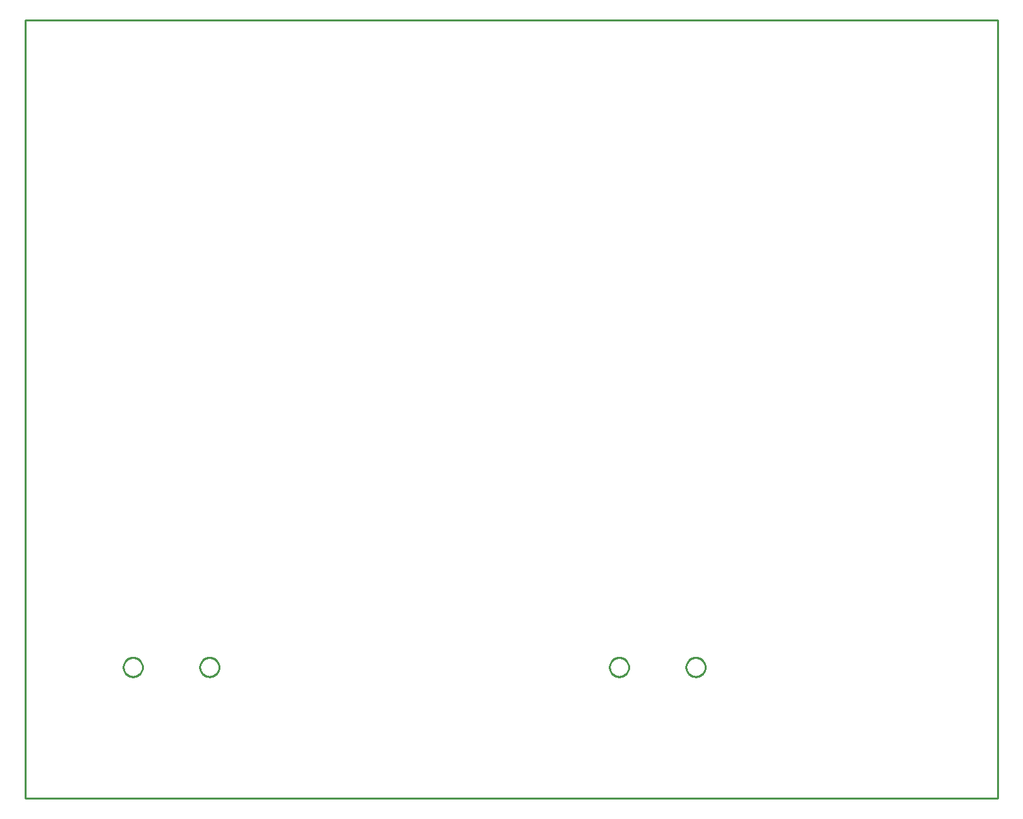
<source format=gbr>
G04 EAGLE Gerber RS-274X export*
G75*
%MOMM*%
%FSLAX34Y34*%
%LPD*%
%IN*%
%IPPOS*%
%AMOC8*
5,1,8,0,0,1.08239X$1,22.5*%
G01*
%ADD10C,0.254000*%


D10*
X0Y0D02*
X1270000Y0D01*
X1270000Y1016000D01*
X0Y1016000D01*
X0Y0D01*
X788000Y171109D02*
X787923Y170130D01*
X787769Y169160D01*
X787540Y168204D01*
X787236Y167270D01*
X786861Y166363D01*
X786415Y165488D01*
X785901Y164650D01*
X785324Y163855D01*
X784686Y163108D01*
X783992Y162414D01*
X783245Y161776D01*
X782450Y161199D01*
X781612Y160685D01*
X780737Y160239D01*
X779830Y159864D01*
X778896Y159560D01*
X777941Y159331D01*
X776970Y159177D01*
X775991Y159100D01*
X775009Y159100D01*
X774030Y159177D01*
X773060Y159331D01*
X772104Y159560D01*
X771170Y159864D01*
X770263Y160239D01*
X769388Y160685D01*
X768550Y161199D01*
X767755Y161776D01*
X767008Y162414D01*
X766314Y163108D01*
X765676Y163855D01*
X765099Y164650D01*
X764585Y165488D01*
X764139Y166363D01*
X763764Y167270D01*
X763460Y168204D01*
X763231Y169160D01*
X763077Y170130D01*
X763000Y171109D01*
X763000Y172091D01*
X763077Y173070D01*
X763231Y174041D01*
X763460Y174996D01*
X763764Y175930D01*
X764139Y176837D01*
X764585Y177712D01*
X765099Y178550D01*
X765676Y179345D01*
X766314Y180092D01*
X767008Y180786D01*
X767755Y181424D01*
X768550Y182001D01*
X769388Y182515D01*
X770263Y182961D01*
X771170Y183336D01*
X772104Y183640D01*
X773060Y183869D01*
X774030Y184023D01*
X775009Y184100D01*
X775991Y184100D01*
X776970Y184023D01*
X777941Y183869D01*
X778896Y183640D01*
X779830Y183336D01*
X780737Y182961D01*
X781612Y182515D01*
X782450Y182001D01*
X783245Y181424D01*
X783992Y180786D01*
X784686Y180092D01*
X785324Y179345D01*
X785901Y178550D01*
X786415Y177712D01*
X786861Y176837D01*
X787236Y175930D01*
X787540Y174996D01*
X787769Y174041D01*
X787923Y173070D01*
X788000Y172091D01*
X788000Y171109D01*
X888000Y171109D02*
X887923Y170130D01*
X887769Y169160D01*
X887540Y168204D01*
X887236Y167270D01*
X886861Y166363D01*
X886415Y165488D01*
X885901Y164650D01*
X885324Y163855D01*
X884686Y163108D01*
X883992Y162414D01*
X883245Y161776D01*
X882450Y161199D01*
X881612Y160685D01*
X880737Y160239D01*
X879830Y159864D01*
X878896Y159560D01*
X877941Y159331D01*
X876970Y159177D01*
X875991Y159100D01*
X875009Y159100D01*
X874030Y159177D01*
X873060Y159331D01*
X872104Y159560D01*
X871170Y159864D01*
X870263Y160239D01*
X869388Y160685D01*
X868550Y161199D01*
X867755Y161776D01*
X867008Y162414D01*
X866314Y163108D01*
X865676Y163855D01*
X865099Y164650D01*
X864585Y165488D01*
X864139Y166363D01*
X863764Y167270D01*
X863460Y168204D01*
X863231Y169160D01*
X863077Y170130D01*
X863000Y171109D01*
X863000Y172091D01*
X863077Y173070D01*
X863231Y174041D01*
X863460Y174996D01*
X863764Y175930D01*
X864139Y176837D01*
X864585Y177712D01*
X865099Y178550D01*
X865676Y179345D01*
X866314Y180092D01*
X867008Y180786D01*
X867755Y181424D01*
X868550Y182001D01*
X869388Y182515D01*
X870263Y182961D01*
X871170Y183336D01*
X872104Y183640D01*
X873060Y183869D01*
X874030Y184023D01*
X875009Y184100D01*
X875991Y184100D01*
X876970Y184023D01*
X877941Y183869D01*
X878896Y183640D01*
X879830Y183336D01*
X880737Y182961D01*
X881612Y182515D01*
X882450Y182001D01*
X883245Y181424D01*
X883992Y180786D01*
X884686Y180092D01*
X885324Y179345D01*
X885901Y178550D01*
X886415Y177712D01*
X886861Y176837D01*
X887236Y175930D01*
X887540Y174996D01*
X887769Y174041D01*
X887923Y173070D01*
X888000Y172091D01*
X888000Y171109D01*
X153000Y171109D02*
X152923Y170130D01*
X152769Y169160D01*
X152540Y168204D01*
X152236Y167270D01*
X151861Y166363D01*
X151415Y165488D01*
X150901Y164650D01*
X150324Y163855D01*
X149686Y163108D01*
X148992Y162414D01*
X148245Y161776D01*
X147450Y161199D01*
X146612Y160685D01*
X145737Y160239D01*
X144830Y159864D01*
X143896Y159560D01*
X142941Y159331D01*
X141970Y159177D01*
X140991Y159100D01*
X140009Y159100D01*
X139030Y159177D01*
X138060Y159331D01*
X137104Y159560D01*
X136170Y159864D01*
X135263Y160239D01*
X134388Y160685D01*
X133550Y161199D01*
X132755Y161776D01*
X132008Y162414D01*
X131314Y163108D01*
X130676Y163855D01*
X130099Y164650D01*
X129585Y165488D01*
X129139Y166363D01*
X128764Y167270D01*
X128460Y168204D01*
X128231Y169160D01*
X128077Y170130D01*
X128000Y171109D01*
X128000Y172091D01*
X128077Y173070D01*
X128231Y174041D01*
X128460Y174996D01*
X128764Y175930D01*
X129139Y176837D01*
X129585Y177712D01*
X130099Y178550D01*
X130676Y179345D01*
X131314Y180092D01*
X132008Y180786D01*
X132755Y181424D01*
X133550Y182001D01*
X134388Y182515D01*
X135263Y182961D01*
X136170Y183336D01*
X137104Y183640D01*
X138060Y183869D01*
X139030Y184023D01*
X140009Y184100D01*
X140991Y184100D01*
X141970Y184023D01*
X142941Y183869D01*
X143896Y183640D01*
X144830Y183336D01*
X145737Y182961D01*
X146612Y182515D01*
X147450Y182001D01*
X148245Y181424D01*
X148992Y180786D01*
X149686Y180092D01*
X150324Y179345D01*
X150901Y178550D01*
X151415Y177712D01*
X151861Y176837D01*
X152236Y175930D01*
X152540Y174996D01*
X152769Y174041D01*
X152923Y173070D01*
X153000Y172091D01*
X153000Y171109D01*
X253000Y171109D02*
X252923Y170130D01*
X252769Y169160D01*
X252540Y168204D01*
X252236Y167270D01*
X251861Y166363D01*
X251415Y165488D01*
X250901Y164650D01*
X250324Y163855D01*
X249686Y163108D01*
X248992Y162414D01*
X248245Y161776D01*
X247450Y161199D01*
X246612Y160685D01*
X245737Y160239D01*
X244830Y159864D01*
X243896Y159560D01*
X242941Y159331D01*
X241970Y159177D01*
X240991Y159100D01*
X240009Y159100D01*
X239030Y159177D01*
X238060Y159331D01*
X237104Y159560D01*
X236170Y159864D01*
X235263Y160239D01*
X234388Y160685D01*
X233550Y161199D01*
X232755Y161776D01*
X232008Y162414D01*
X231314Y163108D01*
X230676Y163855D01*
X230099Y164650D01*
X229585Y165488D01*
X229139Y166363D01*
X228764Y167270D01*
X228460Y168204D01*
X228231Y169160D01*
X228077Y170130D01*
X228000Y171109D01*
X228000Y172091D01*
X228077Y173070D01*
X228231Y174041D01*
X228460Y174996D01*
X228764Y175930D01*
X229139Y176837D01*
X229585Y177712D01*
X230099Y178550D01*
X230676Y179345D01*
X231314Y180092D01*
X232008Y180786D01*
X232755Y181424D01*
X233550Y182001D01*
X234388Y182515D01*
X235263Y182961D01*
X236170Y183336D01*
X237104Y183640D01*
X238060Y183869D01*
X239030Y184023D01*
X240009Y184100D01*
X240991Y184100D01*
X241970Y184023D01*
X242941Y183869D01*
X243896Y183640D01*
X244830Y183336D01*
X245737Y182961D01*
X246612Y182515D01*
X247450Y182001D01*
X248245Y181424D01*
X248992Y180786D01*
X249686Y180092D01*
X250324Y179345D01*
X250901Y178550D01*
X251415Y177712D01*
X251861Y176837D01*
X252236Y175930D01*
X252540Y174996D01*
X252769Y174041D01*
X252923Y173070D01*
X253000Y172091D01*
X253000Y171109D01*
M02*

</source>
